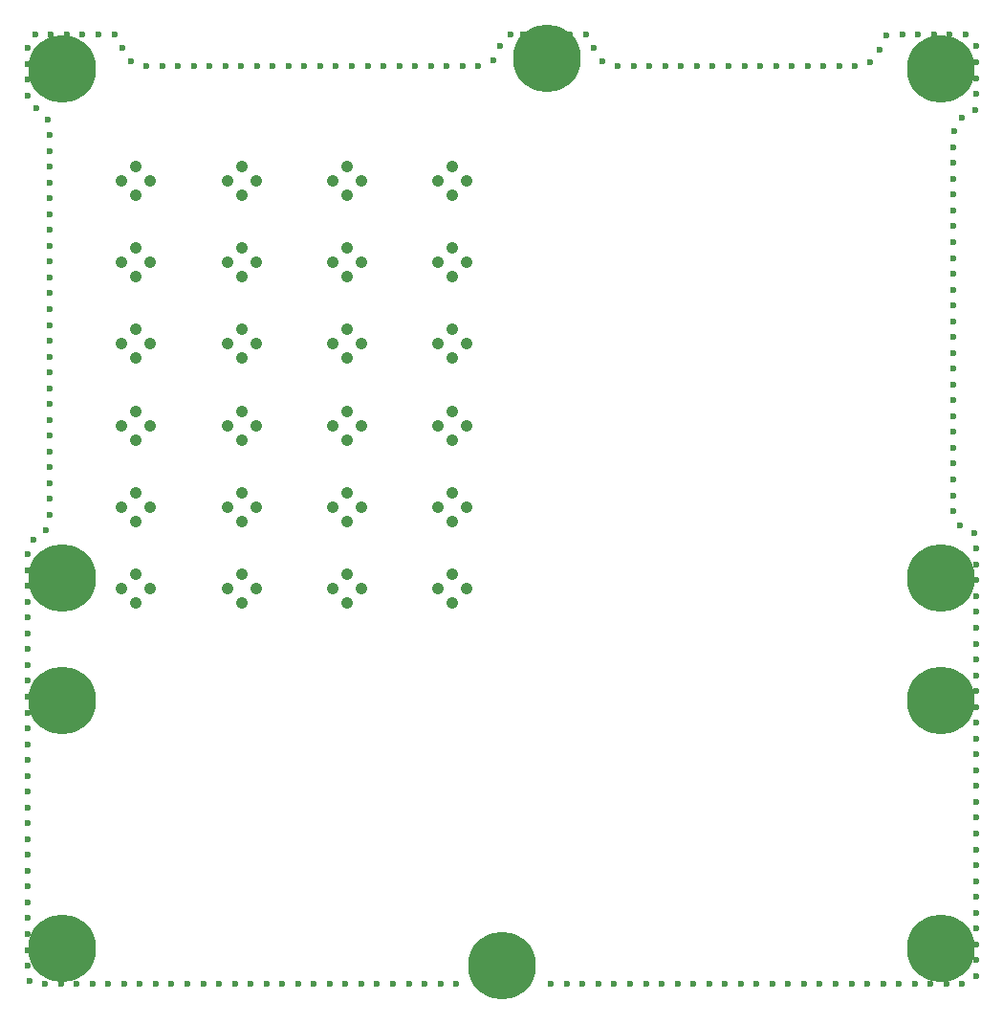
<source format=gbr>
G04*
G04 #@! TF.GenerationSoftware,Altium Limited,Altium Designer,25.8.1 (18)*
G04*
G04 Layer_Color=255*
%FSLAX44Y44*%
%MOMM*%
G71*
G04*
G04 #@! TF.SameCoordinates,5338E875-7156-4E5C-9014-822FA18EDE4B*
G04*
G04*
G04 #@! TF.FilePolarity,Positive*
G04*
G01*
G75*
%ADD34C,0.6000*%
%ADD35C,1.2000*%
%ADD36C,6.0000*%
%ADD37C,1.0668*%
D34*
X5000Y272984D02*
D03*
X825000Y745153D02*
D03*
Y535154D02*
D03*
Y549154D02*
D03*
X825438Y759147D02*
D03*
X821945Y845000D02*
D03*
X807945D02*
D03*
X832680Y771128D02*
D03*
X844688Y778326D02*
D03*
X845000Y806322D02*
D03*
X835945Y845000D02*
D03*
X845000Y820322D02*
D03*
Y834322D02*
D03*
Y792322D02*
D03*
X527989Y817000D02*
D03*
X555989D02*
D03*
X541989D02*
D03*
X597989D02*
D03*
X611989D02*
D03*
X583989D02*
D03*
X569989D02*
D03*
X667989D02*
D03*
X681989D02*
D03*
X625989D02*
D03*
X653989D02*
D03*
X639989D02*
D03*
X737989D02*
D03*
X695989D02*
D03*
X723989D02*
D03*
X709989D02*
D03*
X457698Y845000D02*
D03*
X471698D02*
D03*
X433227Y845007D02*
D03*
X443698Y845000D02*
D03*
X485698D02*
D03*
X499694Y844649D02*
D03*
X514549Y820922D02*
D03*
X751625Y820170D02*
D03*
X506867Y832626D02*
D03*
X760086Y831324D02*
D03*
X765980Y844023D02*
D03*
X793945Y845000D02*
D03*
X779946D02*
D03*
X825000Y577154D02*
D03*
Y563153D02*
D03*
Y591153D02*
D03*
Y689154D02*
D03*
Y675154D02*
D03*
Y731153D02*
D03*
Y703154D02*
D03*
Y717153D02*
D03*
Y619154D02*
D03*
Y605154D02*
D03*
Y661153D02*
D03*
Y633153D02*
D03*
Y647153D02*
D03*
Y465154D02*
D03*
Y451153D02*
D03*
Y493153D02*
D03*
Y479154D02*
D03*
X830854Y410376D02*
D03*
X843212Y403795D02*
D03*
X825000Y437154D02*
D03*
X825135Y423154D02*
D03*
X825000Y521153D02*
D03*
Y507154D02*
D03*
X762820Y5000D02*
D03*
X720820D02*
D03*
X734820D02*
D03*
X818820D02*
D03*
X832820D02*
D03*
X776820D02*
D03*
X804820D02*
D03*
X790820D02*
D03*
X706820D02*
D03*
X844996Y11910D02*
D03*
X845000Y39910D02*
D03*
Y53910D02*
D03*
Y25910D02*
D03*
Y95910D02*
D03*
Y81910D02*
D03*
Y137910D02*
D03*
Y109910D02*
D03*
Y123910D02*
D03*
Y67910D02*
D03*
X845000Y151910D02*
D03*
Y179910D02*
D03*
Y165910D02*
D03*
Y221910D02*
D03*
Y207910D02*
D03*
Y249910D02*
D03*
Y235910D02*
D03*
Y193910D02*
D03*
Y263910D02*
D03*
X845000Y389910D02*
D03*
Y375910D02*
D03*
Y277910D02*
D03*
Y319910D02*
D03*
Y305910D02*
D03*
Y361910D02*
D03*
Y333910D02*
D03*
Y347910D02*
D03*
Y291910D02*
D03*
X89513Y832894D02*
D03*
X54067Y845000D02*
D03*
X68067Y845000D02*
D03*
X12067Y845000D02*
D03*
X40067Y845000D02*
D03*
X26067Y845000D02*
D03*
X82065Y844748D02*
D03*
X166420Y817000D02*
D03*
X306420D02*
D03*
X334421D02*
D03*
X320420D02*
D03*
X390420D02*
D03*
X264421D02*
D03*
X152421D02*
D03*
X180420D02*
D03*
X110421D02*
D03*
X138420D02*
D03*
X124420D02*
D03*
X236420D02*
D03*
X250420D02*
D03*
X194421D02*
D03*
X222421D02*
D03*
X208421D02*
D03*
X362421D02*
D03*
X376421D02*
D03*
X278421D02*
D03*
X348420D02*
D03*
X292421D02*
D03*
X404421Y817014D02*
D03*
X417475Y822071D02*
D03*
X424061Y834425D02*
D03*
X608820Y5000D02*
D03*
X622820D02*
D03*
X580820D02*
D03*
X594820D02*
D03*
X678820D02*
D03*
X692820D02*
D03*
X636820D02*
D03*
X664820D02*
D03*
X650820D02*
D03*
X496820Y5000D02*
D03*
X510820D02*
D03*
X482820D02*
D03*
X468820D02*
D03*
X552820D02*
D03*
X566820Y5000D02*
D03*
X524820Y5000D02*
D03*
X538820D02*
D03*
X748820Y5000D02*
D03*
X5000Y244984D02*
D03*
Y230984D02*
D03*
Y258984D02*
D03*
Y202984D02*
D03*
Y216984D02*
D03*
Y34984D02*
D03*
Y104984D02*
D03*
Y118984D02*
D03*
Y48984D02*
D03*
Y90984D02*
D03*
Y146984D02*
D03*
Y132984D02*
D03*
Y188984D02*
D03*
Y160984D02*
D03*
Y174984D02*
D03*
X6982Y7125D02*
D03*
X20820Y5000D02*
D03*
X34820D02*
D03*
X48820D02*
D03*
X5000Y20984D02*
D03*
Y76984D02*
D03*
Y62984D02*
D03*
Y300984D02*
D03*
Y286984D02*
D03*
Y328984D02*
D03*
Y314984D02*
D03*
Y356984D02*
D03*
Y342984D02*
D03*
Y370984D02*
D03*
X25000Y475855D02*
D03*
Y685855D02*
D03*
Y699855D02*
D03*
X5000Y790915D02*
D03*
X13392Y779709D02*
D03*
X23223Y769742D02*
D03*
X25000Y559855D02*
D03*
Y545855D02*
D03*
Y587855D02*
D03*
Y573855D02*
D03*
Y503855D02*
D03*
Y461855D02*
D03*
Y531855D02*
D03*
Y517855D02*
D03*
Y629855D02*
D03*
Y615855D02*
D03*
Y671855D02*
D03*
Y643855D02*
D03*
Y657855D02*
D03*
Y601855D02*
D03*
X5000Y804915D02*
D03*
Y832915D02*
D03*
Y818915D02*
D03*
X97029Y821082D02*
D03*
X5000Y384984D02*
D03*
X10583Y397822D02*
D03*
X21777Y406231D02*
D03*
X25000Y447855D02*
D03*
Y419855D02*
D03*
Y433855D02*
D03*
X160820Y5000D02*
D03*
X174820D02*
D03*
X132820D02*
D03*
X146820D02*
D03*
X188820D02*
D03*
X62820D02*
D03*
X104820D02*
D03*
X118820D02*
D03*
X76820D02*
D03*
X90820D02*
D03*
X328820Y5000D02*
D03*
X342820D02*
D03*
X300820D02*
D03*
X314820D02*
D03*
X384820D02*
D03*
X356820D02*
D03*
X370820D02*
D03*
X244820Y5000D02*
D03*
X258820D02*
D03*
X202820D02*
D03*
X230820D02*
D03*
X216820D02*
D03*
X272820D02*
D03*
X286820Y5000D02*
D03*
X25000Y727855D02*
D03*
Y713855D02*
D03*
Y755855D02*
D03*
Y741855D02*
D03*
Y489855D02*
D03*
D35*
X814000Y791140D02*
D03*
X830164Y797835D02*
D03*
Y830164D02*
D03*
X814000Y836860D02*
D03*
X836860Y814000D02*
D03*
X465298Y801140D02*
D03*
X449133Y807835D02*
D03*
X481462D02*
D03*
X797835Y797835D02*
D03*
X791140Y814000D02*
D03*
X442438Y824000D02*
D03*
X488158D02*
D03*
X449133Y840164D02*
D03*
X481462D02*
D03*
X465298Y846860D02*
D03*
X797835Y830164D02*
D03*
X814000Y13140D02*
D03*
X791140Y36000D02*
D03*
X830164Y19835D02*
D03*
X797835D02*
D03*
X836860Y36000D02*
D03*
X797835Y52165D02*
D03*
X814000Y233140D02*
D03*
X791140Y256000D02*
D03*
X797835Y239835D02*
D03*
X814000Y58860D02*
D03*
X830164Y52165D02*
D03*
Y272164D02*
D03*
Y239835D02*
D03*
X836860Y256000D02*
D03*
X797835Y347836D02*
D03*
Y272164D02*
D03*
X791140Y364000D02*
D03*
X797835Y380164D02*
D03*
X814000Y386860D02*
D03*
Y341140D02*
D03*
Y278860D02*
D03*
X830164Y380164D02*
D03*
Y347836D02*
D03*
X836860Y364000D02*
D03*
X52165Y830164D02*
D03*
X36000Y13140D02*
D03*
X13140Y36000D02*
D03*
X19835Y239835D02*
D03*
Y52165D02*
D03*
Y19835D02*
D03*
X36000Y233140D02*
D03*
Y58860D02*
D03*
X52165Y239835D02*
D03*
X36000Y791140D02*
D03*
X52165Y797835D02*
D03*
X13140Y814000D02*
D03*
X19835Y830164D02*
D03*
Y797835D02*
D03*
X58860Y814000D02*
D03*
X36000Y836860D02*
D03*
X13140Y256000D02*
D03*
X19835Y347836D02*
D03*
X13140Y364000D02*
D03*
X19835Y380164D02*
D03*
Y272164D02*
D03*
X36000Y278860D02*
D03*
Y341140D02*
D03*
Y386860D02*
D03*
X52165Y19835D02*
D03*
X58860Y36000D02*
D03*
X52165Y52165D02*
D03*
X58860Y256000D02*
D03*
X52165Y272164D02*
D03*
Y347836D02*
D03*
X58860Y364000D02*
D03*
X52165Y380164D02*
D03*
D36*
X425000Y21000D02*
D03*
X36000Y364000D02*
D03*
Y256000D02*
D03*
Y36000D02*
D03*
X814000D02*
D03*
Y256000D02*
D03*
Y364000D02*
D03*
Y814000D02*
D03*
X465298Y824000D02*
D03*
X36000Y814000D02*
D03*
D37*
X381420Y702300D02*
D03*
Y558300D02*
D03*
Y486300D02*
D03*
Y630300D02*
D03*
X288080D02*
D03*
Y702300D02*
D03*
X194740Y630300D02*
D03*
Y702300D02*
D03*
X288080Y558300D02*
D03*
X194740Y486300D02*
D03*
X288080D02*
D03*
X194740Y558300D02*
D03*
X101400Y486300D02*
D03*
Y702300D02*
D03*
Y630300D02*
D03*
Y558300D02*
D03*
X381420Y342300D02*
D03*
Y414300D02*
D03*
X288080D02*
D03*
Y342300D02*
D03*
X194740Y414300D02*
D03*
Y342300D02*
D03*
X101400D02*
D03*
Y414300D02*
D03*
X275380Y643000D02*
D03*
X368720Y715000D02*
D03*
X88700Y643000D02*
D03*
Y715000D02*
D03*
X182040Y643000D02*
D03*
X275380Y715000D02*
D03*
X368720Y643000D02*
D03*
X182040Y715000D02*
D03*
X275380Y355000D02*
D03*
X288080Y367700D02*
D03*
X300780Y355000D02*
D03*
X182040D02*
D03*
X194740Y367700D02*
D03*
X207440Y355000D02*
D03*
X88700D02*
D03*
X381420Y727700D02*
D03*
X394120Y715000D02*
D03*
X300780Y571000D02*
D03*
X288080Y583700D02*
D03*
X275380Y571000D02*
D03*
X207440D02*
D03*
X194740Y583700D02*
D03*
X182040Y571000D02*
D03*
X114100D02*
D03*
X101400Y583700D02*
D03*
X88700Y571000D02*
D03*
X394120Y499000D02*
D03*
X381420Y511700D02*
D03*
X368720Y499000D02*
D03*
X114100D02*
D03*
X101400Y511700D02*
D03*
X88700Y499000D02*
D03*
X300780D02*
D03*
X288080Y511700D02*
D03*
X275380Y499000D02*
D03*
X182040D02*
D03*
X194740Y511700D02*
D03*
X207440Y499000D02*
D03*
X394120Y427000D02*
D03*
X381420Y439700D02*
D03*
X368720Y427000D02*
D03*
X300780D02*
D03*
X288080Y439700D02*
D03*
X275380Y427000D02*
D03*
X182040D02*
D03*
X194740Y439700D02*
D03*
X207440Y427000D02*
D03*
X288080Y727700D02*
D03*
X300780Y715000D02*
D03*
X88700Y427000D02*
D03*
X101400Y439700D02*
D03*
X114100Y427000D02*
D03*
X368720Y355000D02*
D03*
X381420Y367700D02*
D03*
X394120Y355000D02*
D03*
X101400Y367700D02*
D03*
X114100Y355000D02*
D03*
X207440Y715000D02*
D03*
X194740Y727700D02*
D03*
X381420Y655700D02*
D03*
X394120Y643000D02*
D03*
X114100D02*
D03*
X101400Y655700D02*
D03*
X207440Y643000D02*
D03*
X194740Y655700D02*
D03*
X368720Y571000D02*
D03*
X381420Y583700D02*
D03*
X394120Y571000D02*
D03*
X300780Y643000D02*
D03*
X288080Y655700D02*
D03*
X114100Y715000D02*
D03*
X101400Y727700D02*
D03*
M02*

</source>
